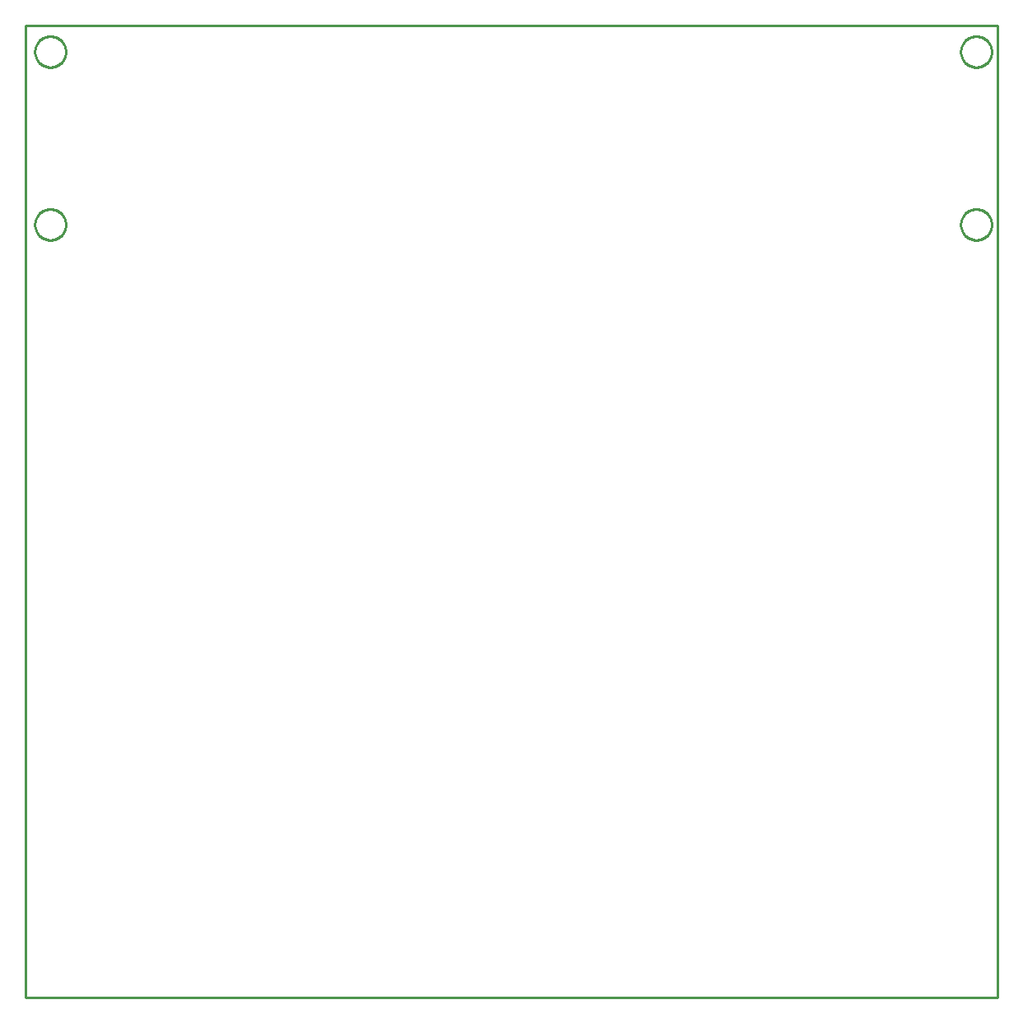
<source format=gbr>
G04 EAGLE Gerber RS-274X export*
G75*
%MOMM*%
%FSLAX34Y34*%
%LPD*%
%IN*%
%IPPOS*%
%AMOC8*
5,1,8,0,0,1.08239X$1,22.5*%
G01*
%ADD10C,0.254000*%


D10*
X0Y0D02*
X1000000Y0D01*
X1000000Y1000000D01*
X0Y1000000D01*
X0Y0D01*
X41275Y794500D02*
X41207Y793463D01*
X41071Y792433D01*
X40869Y791413D01*
X40600Y790409D01*
X40265Y789425D01*
X39868Y788465D01*
X39408Y787533D01*
X38888Y786632D01*
X38311Y785768D01*
X37678Y784944D01*
X36993Y784162D01*
X36258Y783427D01*
X35476Y782742D01*
X34652Y782109D01*
X33788Y781532D01*
X32887Y781012D01*
X31955Y780552D01*
X30995Y780155D01*
X30011Y779820D01*
X29007Y779551D01*
X27987Y779349D01*
X26957Y779213D01*
X25920Y779145D01*
X24880Y779145D01*
X23843Y779213D01*
X22813Y779349D01*
X21793Y779551D01*
X20789Y779820D01*
X19805Y780155D01*
X18845Y780552D01*
X17913Y781012D01*
X17012Y781532D01*
X16148Y782109D01*
X15324Y782742D01*
X14542Y783427D01*
X13807Y784162D01*
X13122Y784944D01*
X12489Y785768D01*
X11912Y786632D01*
X11392Y787533D01*
X10932Y788465D01*
X10535Y789425D01*
X10200Y790409D01*
X9931Y791413D01*
X9729Y792433D01*
X9593Y793463D01*
X9525Y794500D01*
X9525Y795540D01*
X9593Y796577D01*
X9729Y797607D01*
X9931Y798627D01*
X10200Y799631D01*
X10535Y800615D01*
X10932Y801575D01*
X11392Y802507D01*
X11912Y803408D01*
X12489Y804272D01*
X13122Y805096D01*
X13807Y805878D01*
X14542Y806613D01*
X15324Y807298D01*
X16148Y807931D01*
X17012Y808508D01*
X17913Y809028D01*
X18845Y809488D01*
X19805Y809885D01*
X20789Y810220D01*
X21793Y810489D01*
X22813Y810691D01*
X23843Y810827D01*
X24880Y810895D01*
X25920Y810895D01*
X26957Y810827D01*
X27987Y810691D01*
X29007Y810489D01*
X30011Y810220D01*
X30995Y809885D01*
X31955Y809488D01*
X32887Y809028D01*
X33788Y808508D01*
X34652Y807931D01*
X35476Y807298D01*
X36258Y806613D01*
X36993Y805878D01*
X37678Y805096D01*
X38311Y804272D01*
X38888Y803408D01*
X39408Y802507D01*
X39868Y801575D01*
X40265Y800615D01*
X40600Y799631D01*
X40869Y798627D01*
X41071Y797607D01*
X41207Y796577D01*
X41275Y795540D01*
X41275Y794500D01*
X41275Y972300D02*
X41207Y971263D01*
X41071Y970233D01*
X40869Y969213D01*
X40600Y968209D01*
X40265Y967225D01*
X39868Y966265D01*
X39408Y965333D01*
X38888Y964432D01*
X38311Y963568D01*
X37678Y962744D01*
X36993Y961962D01*
X36258Y961227D01*
X35476Y960542D01*
X34652Y959909D01*
X33788Y959332D01*
X32887Y958812D01*
X31955Y958352D01*
X30995Y957955D01*
X30011Y957620D01*
X29007Y957351D01*
X27987Y957149D01*
X26957Y957013D01*
X25920Y956945D01*
X24880Y956945D01*
X23843Y957013D01*
X22813Y957149D01*
X21793Y957351D01*
X20789Y957620D01*
X19805Y957955D01*
X18845Y958352D01*
X17913Y958812D01*
X17012Y959332D01*
X16148Y959909D01*
X15324Y960542D01*
X14542Y961227D01*
X13807Y961962D01*
X13122Y962744D01*
X12489Y963568D01*
X11912Y964432D01*
X11392Y965333D01*
X10932Y966265D01*
X10535Y967225D01*
X10200Y968209D01*
X9931Y969213D01*
X9729Y970233D01*
X9593Y971263D01*
X9525Y972300D01*
X9525Y973340D01*
X9593Y974377D01*
X9729Y975407D01*
X9931Y976427D01*
X10200Y977431D01*
X10535Y978415D01*
X10932Y979375D01*
X11392Y980307D01*
X11912Y981208D01*
X12489Y982072D01*
X13122Y982896D01*
X13807Y983678D01*
X14542Y984413D01*
X15324Y985098D01*
X16148Y985731D01*
X17012Y986308D01*
X17913Y986828D01*
X18845Y987288D01*
X19805Y987685D01*
X20789Y988020D01*
X21793Y988289D01*
X22813Y988491D01*
X23843Y988627D01*
X24880Y988695D01*
X25920Y988695D01*
X26957Y988627D01*
X27987Y988491D01*
X29007Y988289D01*
X30011Y988020D01*
X30995Y987685D01*
X31955Y987288D01*
X32887Y986828D01*
X33788Y986308D01*
X34652Y985731D01*
X35476Y985098D01*
X36258Y984413D01*
X36993Y983678D01*
X37678Y982896D01*
X38311Y982072D01*
X38888Y981208D01*
X39408Y980307D01*
X39868Y979375D01*
X40265Y978415D01*
X40600Y977431D01*
X40869Y976427D01*
X41071Y975407D01*
X41207Y974377D01*
X41275Y973340D01*
X41275Y972300D01*
X993775Y972300D02*
X993707Y971263D01*
X993571Y970233D01*
X993369Y969213D01*
X993100Y968209D01*
X992765Y967225D01*
X992368Y966265D01*
X991908Y965333D01*
X991388Y964432D01*
X990811Y963568D01*
X990178Y962744D01*
X989493Y961962D01*
X988758Y961227D01*
X987976Y960542D01*
X987152Y959909D01*
X986288Y959332D01*
X985387Y958812D01*
X984455Y958352D01*
X983495Y957955D01*
X982511Y957620D01*
X981507Y957351D01*
X980487Y957149D01*
X979457Y957013D01*
X978420Y956945D01*
X977380Y956945D01*
X976343Y957013D01*
X975313Y957149D01*
X974293Y957351D01*
X973289Y957620D01*
X972305Y957955D01*
X971345Y958352D01*
X970413Y958812D01*
X969512Y959332D01*
X968648Y959909D01*
X967824Y960542D01*
X967042Y961227D01*
X966307Y961962D01*
X965622Y962744D01*
X964989Y963568D01*
X964412Y964432D01*
X963892Y965333D01*
X963432Y966265D01*
X963035Y967225D01*
X962700Y968209D01*
X962431Y969213D01*
X962229Y970233D01*
X962093Y971263D01*
X962025Y972300D01*
X962025Y973340D01*
X962093Y974377D01*
X962229Y975407D01*
X962431Y976427D01*
X962700Y977431D01*
X963035Y978415D01*
X963432Y979375D01*
X963892Y980307D01*
X964412Y981208D01*
X964989Y982072D01*
X965622Y982896D01*
X966307Y983678D01*
X967042Y984413D01*
X967824Y985098D01*
X968648Y985731D01*
X969512Y986308D01*
X970413Y986828D01*
X971345Y987288D01*
X972305Y987685D01*
X973289Y988020D01*
X974293Y988289D01*
X975313Y988491D01*
X976343Y988627D01*
X977380Y988695D01*
X978420Y988695D01*
X979457Y988627D01*
X980487Y988491D01*
X981507Y988289D01*
X982511Y988020D01*
X983495Y987685D01*
X984455Y987288D01*
X985387Y986828D01*
X986288Y986308D01*
X987152Y985731D01*
X987976Y985098D01*
X988758Y984413D01*
X989493Y983678D01*
X990178Y982896D01*
X990811Y982072D01*
X991388Y981208D01*
X991908Y980307D01*
X992368Y979375D01*
X992765Y978415D01*
X993100Y977431D01*
X993369Y976427D01*
X993571Y975407D01*
X993707Y974377D01*
X993775Y973340D01*
X993775Y972300D01*
X993775Y794500D02*
X993707Y793463D01*
X993571Y792433D01*
X993369Y791413D01*
X993100Y790409D01*
X992765Y789425D01*
X992368Y788465D01*
X991908Y787533D01*
X991388Y786632D01*
X990811Y785768D01*
X990178Y784944D01*
X989493Y784162D01*
X988758Y783427D01*
X987976Y782742D01*
X987152Y782109D01*
X986288Y781532D01*
X985387Y781012D01*
X984455Y780552D01*
X983495Y780155D01*
X982511Y779820D01*
X981507Y779551D01*
X980487Y779349D01*
X979457Y779213D01*
X978420Y779145D01*
X977380Y779145D01*
X976343Y779213D01*
X975313Y779349D01*
X974293Y779551D01*
X973289Y779820D01*
X972305Y780155D01*
X971345Y780552D01*
X970413Y781012D01*
X969512Y781532D01*
X968648Y782109D01*
X967824Y782742D01*
X967042Y783427D01*
X966307Y784162D01*
X965622Y784944D01*
X964989Y785768D01*
X964412Y786632D01*
X963892Y787533D01*
X963432Y788465D01*
X963035Y789425D01*
X962700Y790409D01*
X962431Y791413D01*
X962229Y792433D01*
X962093Y793463D01*
X962025Y794500D01*
X962025Y795540D01*
X962093Y796577D01*
X962229Y797607D01*
X962431Y798627D01*
X962700Y799631D01*
X963035Y800615D01*
X963432Y801575D01*
X963892Y802507D01*
X964412Y803408D01*
X964989Y804272D01*
X965622Y805096D01*
X966307Y805878D01*
X967042Y806613D01*
X967824Y807298D01*
X968648Y807931D01*
X969512Y808508D01*
X970413Y809028D01*
X971345Y809488D01*
X972305Y809885D01*
X973289Y810220D01*
X974293Y810489D01*
X975313Y810691D01*
X976343Y810827D01*
X977380Y810895D01*
X978420Y810895D01*
X979457Y810827D01*
X980487Y810691D01*
X981507Y810489D01*
X982511Y810220D01*
X983495Y809885D01*
X984455Y809488D01*
X985387Y809028D01*
X986288Y808508D01*
X987152Y807931D01*
X987976Y807298D01*
X988758Y806613D01*
X989493Y805878D01*
X990178Y805096D01*
X990811Y804272D01*
X991388Y803408D01*
X991908Y802507D01*
X992368Y801575D01*
X992765Y800615D01*
X993100Y799631D01*
X993369Y798627D01*
X993571Y797607D01*
X993707Y796577D01*
X993775Y795540D01*
X993775Y794500D01*
M02*

</source>
